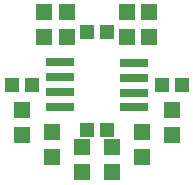
<source format=gts>
From 469c6910d39ec72ea26bf21bbea4f1a108a73fb8 Mon Sep 17 00:00:00 2001
From: Nicolas Schodet
Date: Sat, 3 Oct 2009 13:54:33 +0200
Subject: add order

---
 orders/binwatch-bw1-batchpcb-20091003/binwatch.GTS | 52 ++++++++++++++++++++++
 1 file changed, 52 insertions(+)
 create mode 100644 orders/binwatch-bw1-batchpcb-20091003/binwatch.GTS

(limited to 'orders/binwatch-bw1-batchpcb-20091003/binwatch.GTS')

diff --git a/orders/binwatch-bw1-batchpcb-20091003/binwatch.GTS b/orders/binwatch-bw1-batchpcb-20091003/binwatch.GTS
new file mode 100644
index 0000000..137e892
--- /dev/null
+++ b/orders/binwatch-bw1-batchpcb-20091003/binwatch.GTS
@@ -0,0 +1,52 @@
+G75*
+G70*
+%OFA0B0*%
+%FSLAX24Y24*%
+%IPPOS*%
+%LPD*%
+%AMOC8*
+5,1,8,0,0,1.08239X$1,22.5*
+%
+%ADD10R,0.0552X0.0552*%
+%ADD11R,0.0474X0.0513*%
+%ADD12R,0.0946X0.0277*%
+D10*
+X002308Y003205D03*
+X002308Y004032D03*
+X003308Y003282D03*
+X003308Y002455D03*
+X004308Y002782D03*
+X004308Y001955D03*
+X005308Y001955D03*
+X005308Y002782D03*
+X006308Y002455D03*
+X006308Y003282D03*
+X007308Y003205D03*
+X007308Y004032D03*
+X006558Y006455D03*
+X005808Y006455D03*
+X005808Y007282D03*
+X006558Y007282D03*
+X003808Y007282D03*
+X003058Y007282D03*
+X003058Y006455D03*
+X003808Y006455D03*
+D11*
+X004474Y006619D03*
+X005143Y006619D03*
+X006974Y004869D03*
+X007643Y004869D03*
+X005143Y003369D03*
+X004474Y003369D03*
+X002643Y004869D03*
+X001974Y004869D03*
+D12*
+X003567Y005119D03*
+X003567Y005619D03*
+X003567Y004619D03*
+X003567Y004119D03*
+X006050Y004119D03*
+X006050Y004615D03*
+X006050Y005115D03*
+X006050Y005615D03*
+M02*
-- 
cgit v1.2.3


</source>
